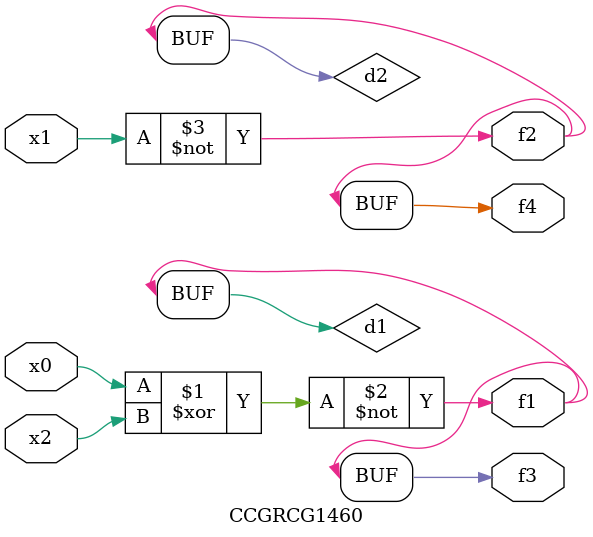
<source format=v>
module CCGRCG1460(
	input x0, x1, x2,
	output f1, f2, f3, f4
);

	wire d1, d2, d3;

	xnor (d1, x0, x2);
	nand (d2, x1);
	nor (d3, x1, x2);
	assign f1 = d1;
	assign f2 = d2;
	assign f3 = d1;
	assign f4 = d2;
endmodule

</source>
